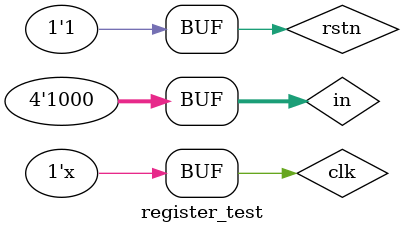
<source format=v>
`timescale 1ns / 1ps


module register_test(
    );
reg clk =0;
reg [3:0] in = 4'd8;
reg rstn =1;
always #5 clk =~clk;
wire [3:0] answer;
register reg_1(.data_in(in),.data_out(answer),.clk(clk),.rstn(rstn));
endmodule

</source>
